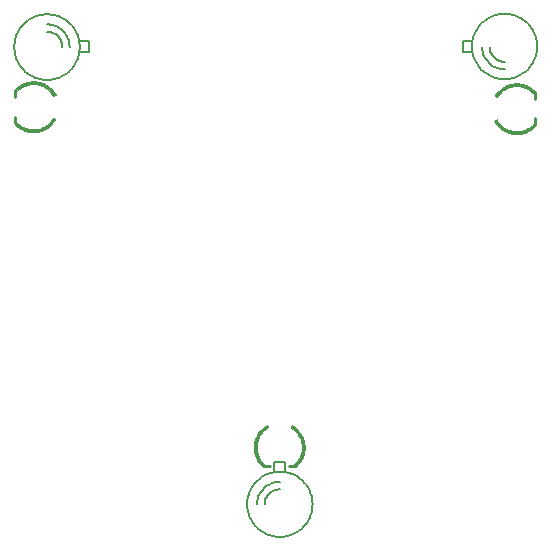
<source format=gbo>
G75*
%MOIN*%
%OFA0B0*%
%FSLAX24Y24*%
%IPPOS*%
%LPD*%
%AMOC8*
5,1,8,0,0,1.08239X$1,22.5*
%
%ADD10C,0.0010*%
%ADD11C,0.0100*%
%ADD12C,0.0060*%
D10*
X015768Y009573D02*
X015811Y009493D01*
X015810Y009494D02*
X015764Y009467D01*
X015720Y009436D01*
X015678Y009403D01*
X015638Y009366D01*
X015602Y009327D01*
X015568Y009285D01*
X015537Y009241D01*
X015509Y009195D01*
X015485Y009147D01*
X015464Y009098D01*
X015447Y009047D01*
X015433Y008995D01*
X015423Y008942D01*
X015417Y008889D01*
X015415Y008835D01*
X015326Y008835D01*
X015325Y008835D01*
X015327Y008891D01*
X015333Y008948D01*
X015343Y009003D01*
X015356Y009058D01*
X015373Y009112D01*
X015394Y009164D01*
X015418Y009215D01*
X015445Y009265D01*
X015476Y009312D01*
X015510Y009357D01*
X015546Y009400D01*
X015586Y009441D01*
X015628Y009478D01*
X015673Y009513D01*
X015719Y009545D01*
X015768Y009573D01*
X015772Y009565D01*
X015724Y009537D01*
X015678Y009506D01*
X015634Y009471D01*
X015592Y009434D01*
X015553Y009394D01*
X015517Y009352D01*
X015483Y009307D01*
X015453Y009260D01*
X015426Y009211D01*
X015402Y009161D01*
X015382Y009109D01*
X015365Y009056D01*
X015352Y009001D01*
X015342Y008946D01*
X015336Y008891D01*
X015334Y008835D01*
X015343Y008835D01*
X015345Y008890D01*
X015351Y008945D01*
X015361Y009000D01*
X015374Y009053D01*
X015390Y009106D01*
X015411Y009157D01*
X015434Y009207D01*
X015461Y009256D01*
X015491Y009302D01*
X015524Y009346D01*
X015560Y009388D01*
X015598Y009428D01*
X015640Y009464D01*
X015683Y009498D01*
X015729Y009529D01*
X015776Y009557D01*
X015781Y009549D01*
X015734Y009522D01*
X015688Y009491D01*
X015645Y009458D01*
X015605Y009421D01*
X015566Y009382D01*
X015531Y009341D01*
X015498Y009297D01*
X015469Y009251D01*
X015442Y009203D01*
X015419Y009154D01*
X015399Y009103D01*
X015382Y009051D01*
X015369Y008998D01*
X015360Y008944D01*
X015354Y008890D01*
X015352Y008835D01*
X015361Y008835D01*
X015363Y008889D01*
X015369Y008943D01*
X015378Y008996D01*
X015391Y009048D01*
X015407Y009100D01*
X015427Y009150D01*
X015450Y009199D01*
X015476Y009246D01*
X015506Y009292D01*
X015538Y009335D01*
X015573Y009376D01*
X015611Y009415D01*
X015651Y009451D01*
X015694Y009484D01*
X015738Y009514D01*
X015785Y009541D01*
X015789Y009534D01*
X015743Y009507D01*
X015699Y009477D01*
X015657Y009444D01*
X015617Y009408D01*
X015580Y009370D01*
X015545Y009329D01*
X015513Y009286D01*
X015484Y009242D01*
X015458Y009195D01*
X015435Y009147D01*
X015416Y009097D01*
X015400Y009046D01*
X015387Y008994D01*
X015378Y008941D01*
X015372Y008888D01*
X015370Y008835D01*
X015379Y008835D01*
X015381Y008888D01*
X015387Y008940D01*
X015396Y008992D01*
X015408Y009044D01*
X015424Y009094D01*
X015444Y009143D01*
X015466Y009191D01*
X015492Y009237D01*
X015520Y009281D01*
X015552Y009324D01*
X015586Y009364D01*
X015623Y009402D01*
X015663Y009437D01*
X015704Y009469D01*
X015748Y009499D01*
X015793Y009526D01*
X015798Y009518D01*
X015750Y009489D01*
X015704Y009458D01*
X015660Y009423D01*
X015619Y009385D01*
X015581Y009345D01*
X015546Y009302D01*
X015514Y009256D01*
X015486Y009208D01*
X015460Y009159D01*
X015439Y009107D01*
X015421Y009055D01*
X015407Y009001D01*
X015397Y008946D01*
X015390Y008891D01*
X015388Y008835D01*
X015397Y008835D01*
X015399Y008890D01*
X015406Y008945D01*
X015416Y008999D01*
X015430Y009052D01*
X015447Y009104D01*
X015469Y009155D01*
X015493Y009204D01*
X015522Y009251D01*
X015553Y009296D01*
X015588Y009339D01*
X015626Y009379D01*
X015666Y009416D01*
X015709Y009451D01*
X015754Y009482D01*
X015802Y009510D01*
X015806Y009502D01*
X015759Y009474D01*
X015714Y009443D01*
X015672Y009409D01*
X015632Y009372D01*
X015595Y009333D01*
X015561Y009291D01*
X015529Y009246D01*
X015501Y009200D01*
X015477Y009151D01*
X015456Y009101D01*
X015438Y009049D01*
X015424Y008997D01*
X015414Y008943D01*
X015408Y008889D01*
X015406Y008835D01*
X017014Y008834D02*
X016924Y008834D01*
X016925Y008835D02*
X016923Y008887D01*
X016917Y008939D01*
X016908Y008991D01*
X016895Y009041D01*
X016879Y009091D01*
X016859Y009139D01*
X016836Y009186D01*
X016810Y009231D01*
X016780Y009275D01*
X016748Y009316D01*
X016713Y009355D01*
X016675Y009391D01*
X016635Y009424D01*
X016593Y009455D01*
X016549Y009483D01*
X016593Y009561D01*
X016594Y009561D01*
X016640Y009532D01*
X016685Y009500D01*
X016727Y009465D01*
X016767Y009428D01*
X016805Y009388D01*
X016840Y009345D01*
X016872Y009301D01*
X016901Y009254D01*
X016927Y009206D01*
X016950Y009156D01*
X016969Y009104D01*
X016985Y009052D01*
X016998Y008999D01*
X017007Y008944D01*
X017013Y008890D01*
X017015Y008835D01*
X017006Y008835D01*
X017004Y008889D01*
X016998Y008943D01*
X016989Y008997D01*
X016977Y009050D01*
X016961Y009102D01*
X016941Y009152D01*
X016919Y009202D01*
X016893Y009250D01*
X016864Y009296D01*
X016833Y009340D01*
X016798Y009382D01*
X016761Y009421D01*
X016721Y009458D01*
X016679Y009493D01*
X016635Y009525D01*
X016589Y009553D01*
X016585Y009546D01*
X016630Y009517D01*
X016674Y009486D01*
X016715Y009452D01*
X016755Y009415D01*
X016791Y009376D01*
X016825Y009334D01*
X016857Y009291D01*
X016885Y009245D01*
X016911Y009198D01*
X016933Y009149D01*
X016952Y009099D01*
X016968Y009047D01*
X016980Y008995D01*
X016989Y008942D01*
X016995Y008889D01*
X016997Y008835D01*
X016988Y008835D01*
X016986Y008892D01*
X016979Y008948D01*
X016969Y009004D01*
X016955Y009059D01*
X016938Y009112D01*
X016916Y009165D01*
X016891Y009216D01*
X016863Y009265D01*
X016831Y009312D01*
X016796Y009356D01*
X016758Y009398D01*
X016717Y009438D01*
X016674Y009474D01*
X016628Y009508D01*
X016580Y009538D01*
X016576Y009530D01*
X016623Y009500D01*
X016669Y009467D01*
X016711Y009431D01*
X016752Y009392D01*
X016789Y009351D01*
X016824Y009306D01*
X016855Y009260D01*
X016883Y009212D01*
X016908Y009161D01*
X016929Y009109D01*
X016947Y009056D01*
X016961Y009002D01*
X016971Y008947D01*
X016977Y008891D01*
X016979Y008835D01*
X016970Y008835D01*
X016968Y008890D01*
X016962Y008945D01*
X016952Y009000D01*
X016938Y009054D01*
X016921Y009106D01*
X016900Y009158D01*
X016875Y009207D01*
X016848Y009255D01*
X016817Y009301D01*
X016782Y009345D01*
X016745Y009386D01*
X016705Y009424D01*
X016663Y009460D01*
X016618Y009493D01*
X016571Y009522D01*
X016567Y009514D01*
X016613Y009485D01*
X016657Y009453D01*
X016699Y009418D01*
X016739Y009380D01*
X016776Y009339D01*
X016809Y009296D01*
X016840Y009250D01*
X016867Y009203D01*
X016892Y009154D01*
X016912Y009103D01*
X016929Y009051D01*
X016943Y008998D01*
X016953Y008944D01*
X016959Y008890D01*
X016961Y008835D01*
X016952Y008835D01*
X016950Y008889D01*
X016944Y008943D01*
X016934Y008996D01*
X016921Y009049D01*
X016904Y009100D01*
X016883Y009150D01*
X016860Y009199D01*
X016832Y009246D01*
X016802Y009291D01*
X016769Y009333D01*
X016732Y009373D01*
X016693Y009411D01*
X016652Y009446D01*
X016608Y009478D01*
X016562Y009506D01*
X016558Y009499D01*
X016603Y009470D01*
X016646Y009439D01*
X016687Y009404D01*
X016726Y009367D01*
X016762Y009327D01*
X016795Y009285D01*
X016825Y009241D01*
X016852Y009195D01*
X016875Y009147D01*
X016895Y009097D01*
X016912Y009046D01*
X016925Y008994D01*
X016935Y008942D01*
X016941Y008888D01*
X016943Y008835D01*
X016934Y008835D01*
X016932Y008888D01*
X016926Y008940D01*
X016917Y008992D01*
X016904Y009044D01*
X016887Y009094D01*
X016867Y009143D01*
X016844Y009190D01*
X016817Y009236D01*
X016787Y009280D01*
X016755Y009322D01*
X016719Y009361D01*
X016681Y009398D01*
X016641Y009432D01*
X016598Y009463D01*
X016553Y009491D01*
X015326Y008826D02*
X015416Y008826D01*
X015415Y008825D02*
X015417Y008771D01*
X015424Y008717D01*
X015434Y008664D01*
X015447Y008611D01*
X015465Y008560D01*
X015486Y008510D01*
X015511Y008461D01*
X015539Y008415D01*
X015571Y008371D01*
X015605Y008329D01*
X015643Y008290D01*
X015683Y008253D01*
X015626Y008185D01*
X015625Y008184D01*
X015583Y008222D01*
X015544Y008262D01*
X015508Y008305D01*
X015475Y008350D01*
X015444Y008397D01*
X015417Y008446D01*
X015393Y008497D01*
X015373Y008550D01*
X015356Y008603D01*
X015343Y008658D01*
X015333Y008713D01*
X015327Y008769D01*
X015325Y008825D01*
X015334Y008825D01*
X015336Y008769D01*
X015342Y008714D01*
X015352Y008660D01*
X015365Y008606D01*
X015381Y008553D01*
X015402Y008501D01*
X015425Y008450D01*
X015452Y008402D01*
X015482Y008355D01*
X015515Y008310D01*
X015551Y008268D01*
X015590Y008228D01*
X015631Y008191D01*
X015637Y008198D01*
X015596Y008235D01*
X015558Y008274D01*
X015522Y008316D01*
X015489Y008360D01*
X015460Y008406D01*
X015433Y008455D01*
X015410Y008504D01*
X015390Y008556D01*
X015373Y008608D01*
X015360Y008661D01*
X015351Y008715D01*
X015345Y008770D01*
X015343Y008825D01*
X015352Y008825D01*
X015354Y008771D01*
X015360Y008717D01*
X015369Y008663D01*
X015382Y008610D01*
X015398Y008558D01*
X015418Y008508D01*
X015441Y008459D01*
X015467Y008411D01*
X015497Y008365D01*
X015529Y008322D01*
X015564Y008280D01*
X015602Y008241D01*
X015642Y008205D01*
X015648Y008212D01*
X015608Y008248D01*
X015571Y008286D01*
X015536Y008327D01*
X015504Y008370D01*
X015475Y008416D01*
X015449Y008463D01*
X015426Y008511D01*
X015407Y008561D01*
X015391Y008613D01*
X015378Y008665D01*
X015369Y008718D01*
X015363Y008771D01*
X015361Y008825D01*
X015370Y008825D01*
X015372Y008772D01*
X015378Y008719D01*
X015387Y008667D01*
X015399Y008615D01*
X015415Y008564D01*
X015435Y008515D01*
X015457Y008467D01*
X015483Y008420D01*
X015512Y008376D01*
X015543Y008333D01*
X015578Y008292D01*
X015615Y008254D01*
X015654Y008219D01*
X015660Y008226D01*
X015621Y008261D01*
X015584Y008298D01*
X015550Y008339D01*
X015519Y008381D01*
X015491Y008425D01*
X015465Y008471D01*
X015443Y008518D01*
X015424Y008567D01*
X015408Y008618D01*
X015396Y008669D01*
X015387Y008720D01*
X015381Y008773D01*
X015379Y008825D01*
X015388Y008825D01*
X015390Y008773D01*
X015396Y008722D01*
X015404Y008670D01*
X015417Y008620D01*
X015432Y008570D01*
X015451Y008522D01*
X015473Y008475D01*
X015498Y008430D01*
X015526Y008386D01*
X015557Y008344D01*
X015591Y008305D01*
X015627Y008267D01*
X015666Y008232D01*
X015671Y008239D01*
X015633Y008274D01*
X015597Y008311D01*
X015564Y008350D01*
X015534Y008391D01*
X015506Y008434D01*
X015481Y008479D01*
X015459Y008526D01*
X015441Y008573D01*
X015425Y008622D01*
X015413Y008672D01*
X015404Y008723D01*
X015399Y008774D01*
X015397Y008825D01*
X015406Y008825D01*
X015408Y008770D01*
X015415Y008716D01*
X015425Y008662D01*
X015439Y008608D01*
X015457Y008557D01*
X015478Y008506D01*
X015503Y008457D01*
X015532Y008410D01*
X015564Y008365D01*
X015598Y008323D01*
X015636Y008283D01*
X015677Y008246D01*
X016719Y008189D02*
X016661Y008257D01*
X016662Y008257D02*
X016701Y008293D01*
X016738Y008333D01*
X016772Y008374D01*
X016803Y008418D01*
X016831Y008464D01*
X016855Y008512D01*
X016876Y008562D01*
X016893Y008613D01*
X016907Y008665D01*
X016917Y008718D01*
X016923Y008771D01*
X016925Y008825D01*
X017014Y008826D01*
X017015Y008825D01*
X017013Y008769D01*
X017007Y008714D01*
X016998Y008659D01*
X016984Y008605D01*
X016968Y008552D01*
X016948Y008500D01*
X016924Y008449D01*
X016898Y008401D01*
X016868Y008354D01*
X016835Y008309D01*
X016799Y008266D01*
X016761Y008226D01*
X016720Y008188D01*
X016714Y008195D01*
X016754Y008232D01*
X016793Y008272D01*
X016828Y008314D01*
X016860Y008359D01*
X016890Y008405D01*
X016916Y008453D01*
X016940Y008503D01*
X016959Y008555D01*
X016976Y008607D01*
X016989Y008661D01*
X016998Y008715D01*
X017004Y008770D01*
X017006Y008825D01*
X016997Y008825D01*
X016995Y008771D01*
X016989Y008716D01*
X016980Y008663D01*
X016967Y008610D01*
X016951Y008558D01*
X016931Y008507D01*
X016908Y008458D01*
X016882Y008410D01*
X016853Y008364D01*
X016821Y008320D01*
X016786Y008278D01*
X016748Y008239D01*
X016708Y008202D01*
X016702Y008209D01*
X016742Y008245D01*
X016779Y008284D01*
X016814Y008325D01*
X016846Y008369D01*
X016875Y008414D01*
X016900Y008462D01*
X016923Y008510D01*
X016942Y008561D01*
X016958Y008612D01*
X016971Y008665D01*
X016980Y008718D01*
X016986Y008771D01*
X016988Y008825D01*
X016979Y008825D01*
X016977Y008772D01*
X016971Y008719D01*
X016962Y008666D01*
X016950Y008615D01*
X016934Y008564D01*
X016915Y008514D01*
X016892Y008466D01*
X016867Y008419D01*
X016838Y008374D01*
X016807Y008331D01*
X016773Y008290D01*
X016736Y008252D01*
X016696Y008216D01*
X016691Y008223D01*
X016729Y008258D01*
X016766Y008296D01*
X016800Y008337D01*
X016831Y008379D01*
X016859Y008423D01*
X016884Y008470D01*
X016906Y008517D01*
X016925Y008567D01*
X016941Y008617D01*
X016953Y008668D01*
X016962Y008720D01*
X016968Y008772D01*
X016970Y008825D01*
X016961Y008825D01*
X016959Y008773D01*
X016953Y008721D01*
X016945Y008670D01*
X016932Y008619D01*
X016917Y008570D01*
X016898Y008521D01*
X016876Y008474D01*
X016851Y008428D01*
X016823Y008384D01*
X016793Y008342D01*
X016759Y008302D01*
X016723Y008265D01*
X016685Y008229D01*
X016679Y008236D01*
X016720Y008274D01*
X016758Y008315D01*
X016793Y008358D01*
X016825Y008403D01*
X016854Y008451D01*
X016879Y008501D01*
X016901Y008552D01*
X016919Y008605D01*
X016933Y008659D01*
X016943Y008714D01*
X016950Y008769D01*
X016952Y008825D01*
X016943Y008825D01*
X016941Y008770D01*
X016934Y008715D01*
X016924Y008661D01*
X016910Y008608D01*
X016893Y008556D01*
X016871Y008505D01*
X016846Y008456D01*
X016818Y008408D01*
X016786Y008363D01*
X016751Y008321D01*
X016714Y008280D01*
X016673Y008243D01*
X016667Y008250D01*
X016707Y008287D01*
X016745Y008327D01*
X016779Y008369D01*
X016810Y008413D01*
X016838Y008460D01*
X016863Y008509D01*
X016884Y008559D01*
X016902Y008610D01*
X016916Y008663D01*
X016926Y008717D01*
X016932Y008771D01*
X016934Y008825D01*
X024076Y020959D02*
X024076Y020869D01*
X024075Y020870D02*
X024023Y020868D01*
X023971Y020862D01*
X023919Y020853D01*
X023869Y020840D01*
X023819Y020824D01*
X023771Y020804D01*
X023724Y020781D01*
X023679Y020755D01*
X023635Y020725D01*
X023594Y020693D01*
X023555Y020658D01*
X023519Y020620D01*
X023486Y020580D01*
X023455Y020538D01*
X023427Y020494D01*
X023349Y020538D01*
X023349Y020539D01*
X023378Y020585D01*
X023410Y020630D01*
X023445Y020672D01*
X023482Y020712D01*
X023522Y020750D01*
X023565Y020785D01*
X023609Y020817D01*
X023656Y020846D01*
X023704Y020872D01*
X023754Y020895D01*
X023806Y020914D01*
X023858Y020930D01*
X023911Y020943D01*
X023966Y020952D01*
X024020Y020958D01*
X024075Y020960D01*
X024075Y020951D01*
X024021Y020949D01*
X023967Y020943D01*
X023913Y020934D01*
X023860Y020922D01*
X023808Y020906D01*
X023758Y020886D01*
X023708Y020864D01*
X023660Y020838D01*
X023614Y020809D01*
X023570Y020778D01*
X023528Y020743D01*
X023489Y020706D01*
X023452Y020666D01*
X023417Y020624D01*
X023385Y020580D01*
X023357Y020534D01*
X023364Y020530D01*
X023393Y020575D01*
X023424Y020619D01*
X023458Y020660D01*
X023495Y020700D01*
X023534Y020736D01*
X023576Y020770D01*
X023619Y020802D01*
X023665Y020830D01*
X023712Y020856D01*
X023761Y020878D01*
X023811Y020897D01*
X023863Y020913D01*
X023915Y020925D01*
X023968Y020934D01*
X024021Y020940D01*
X024075Y020942D01*
X024075Y020933D01*
X024018Y020931D01*
X023962Y020924D01*
X023906Y020914D01*
X023851Y020900D01*
X023798Y020883D01*
X023745Y020861D01*
X023694Y020836D01*
X023645Y020808D01*
X023598Y020776D01*
X023554Y020741D01*
X023512Y020703D01*
X023472Y020662D01*
X023436Y020619D01*
X023402Y020573D01*
X023372Y020525D01*
X023380Y020521D01*
X023410Y020568D01*
X023443Y020614D01*
X023479Y020656D01*
X023518Y020697D01*
X023559Y020734D01*
X023604Y020769D01*
X023650Y020800D01*
X023698Y020828D01*
X023749Y020853D01*
X023801Y020874D01*
X023854Y020892D01*
X023908Y020906D01*
X023963Y020916D01*
X024019Y020922D01*
X024075Y020924D01*
X024075Y020915D01*
X024020Y020913D01*
X023965Y020907D01*
X023910Y020897D01*
X023856Y020883D01*
X023804Y020866D01*
X023752Y020845D01*
X023703Y020820D01*
X023655Y020793D01*
X023609Y020762D01*
X023565Y020727D01*
X023524Y020690D01*
X023486Y020650D01*
X023450Y020608D01*
X023417Y020563D01*
X023388Y020516D01*
X023396Y020512D01*
X023425Y020558D01*
X023457Y020602D01*
X023492Y020644D01*
X023530Y020684D01*
X023571Y020721D01*
X023614Y020754D01*
X023660Y020785D01*
X023707Y020812D01*
X023756Y020837D01*
X023807Y020857D01*
X023859Y020874D01*
X023912Y020888D01*
X023966Y020898D01*
X024020Y020904D01*
X024075Y020906D01*
X024075Y020897D01*
X024021Y020895D01*
X023967Y020889D01*
X023914Y020879D01*
X023861Y020866D01*
X023810Y020849D01*
X023760Y020828D01*
X023711Y020805D01*
X023664Y020777D01*
X023619Y020747D01*
X023577Y020714D01*
X023537Y020677D01*
X023499Y020638D01*
X023464Y020597D01*
X023432Y020553D01*
X023404Y020507D01*
X023411Y020503D01*
X023440Y020548D01*
X023471Y020591D01*
X023506Y020632D01*
X023543Y020671D01*
X023583Y020707D01*
X023625Y020740D01*
X023669Y020770D01*
X023715Y020797D01*
X023763Y020820D01*
X023813Y020840D01*
X023864Y020857D01*
X023916Y020870D01*
X023968Y020880D01*
X024022Y020886D01*
X024075Y020888D01*
X024075Y020879D01*
X024022Y020877D01*
X023970Y020871D01*
X023918Y020862D01*
X023866Y020849D01*
X023816Y020832D01*
X023767Y020812D01*
X023720Y020789D01*
X023674Y020762D01*
X023630Y020732D01*
X023588Y020700D01*
X023549Y020664D01*
X023512Y020626D01*
X023478Y020586D01*
X023447Y020543D01*
X023419Y020498D01*
X024084Y019271D02*
X024084Y019361D01*
X024085Y019360D02*
X024139Y019362D01*
X024193Y019369D01*
X024246Y019379D01*
X024299Y019392D01*
X024350Y019410D01*
X024400Y019431D01*
X024449Y019456D01*
X024495Y019484D01*
X024539Y019516D01*
X024581Y019550D01*
X024620Y019588D01*
X024657Y019628D01*
X024725Y019571D01*
X024726Y019570D01*
X024688Y019528D01*
X024648Y019489D01*
X024605Y019453D01*
X024560Y019420D01*
X024513Y019389D01*
X024464Y019362D01*
X024413Y019338D01*
X024360Y019318D01*
X024307Y019301D01*
X024252Y019288D01*
X024197Y019278D01*
X024141Y019272D01*
X024085Y019270D01*
X024085Y019279D01*
X024141Y019281D01*
X024196Y019287D01*
X024250Y019297D01*
X024304Y019310D01*
X024357Y019326D01*
X024409Y019347D01*
X024460Y019370D01*
X024508Y019397D01*
X024555Y019427D01*
X024600Y019460D01*
X024642Y019496D01*
X024682Y019535D01*
X024719Y019576D01*
X024712Y019582D01*
X024675Y019541D01*
X024636Y019503D01*
X024594Y019467D01*
X024550Y019434D01*
X024504Y019405D01*
X024455Y019378D01*
X024406Y019355D01*
X024354Y019335D01*
X024302Y019318D01*
X024249Y019305D01*
X024195Y019296D01*
X024140Y019290D01*
X024085Y019288D01*
X024085Y019297D01*
X024139Y019299D01*
X024193Y019305D01*
X024247Y019314D01*
X024300Y019327D01*
X024352Y019343D01*
X024402Y019363D01*
X024451Y019386D01*
X024499Y019412D01*
X024545Y019442D01*
X024588Y019474D01*
X024630Y019509D01*
X024669Y019547D01*
X024705Y019587D01*
X024698Y019593D01*
X024662Y019553D01*
X024624Y019516D01*
X024583Y019481D01*
X024540Y019449D01*
X024494Y019420D01*
X024447Y019394D01*
X024399Y019371D01*
X024349Y019352D01*
X024297Y019336D01*
X024245Y019323D01*
X024192Y019314D01*
X024139Y019308D01*
X024085Y019306D01*
X024085Y019315D01*
X024138Y019317D01*
X024191Y019323D01*
X024243Y019332D01*
X024295Y019344D01*
X024346Y019360D01*
X024395Y019380D01*
X024443Y019402D01*
X024490Y019428D01*
X024534Y019457D01*
X024577Y019488D01*
X024618Y019523D01*
X024656Y019560D01*
X024691Y019599D01*
X024684Y019605D01*
X024649Y019566D01*
X024612Y019529D01*
X024571Y019495D01*
X024529Y019464D01*
X024485Y019436D01*
X024439Y019410D01*
X024392Y019388D01*
X024343Y019369D01*
X024292Y019353D01*
X024241Y019341D01*
X024190Y019332D01*
X024137Y019326D01*
X024085Y019324D01*
X024085Y019333D01*
X024137Y019335D01*
X024188Y019341D01*
X024240Y019349D01*
X024290Y019362D01*
X024340Y019377D01*
X024388Y019396D01*
X024435Y019418D01*
X024480Y019443D01*
X024524Y019471D01*
X024566Y019502D01*
X024605Y019536D01*
X024643Y019572D01*
X024678Y019611D01*
X024671Y019616D01*
X024636Y019578D01*
X024599Y019542D01*
X024560Y019509D01*
X024519Y019479D01*
X024476Y019451D01*
X024431Y019426D01*
X024384Y019404D01*
X024337Y019386D01*
X024288Y019370D01*
X024238Y019358D01*
X024187Y019349D01*
X024136Y019344D01*
X024085Y019342D01*
X024085Y019351D01*
X024140Y019353D01*
X024194Y019360D01*
X024248Y019370D01*
X024302Y019384D01*
X024353Y019402D01*
X024404Y019423D01*
X024453Y019448D01*
X024500Y019477D01*
X024545Y019509D01*
X024587Y019543D01*
X024627Y019581D01*
X024664Y019622D01*
X023337Y019713D02*
X023417Y019756D01*
X023416Y019755D02*
X023443Y019709D01*
X023474Y019665D01*
X023507Y019623D01*
X023544Y019583D01*
X023583Y019547D01*
X023625Y019513D01*
X023669Y019482D01*
X023715Y019454D01*
X023763Y019430D01*
X023812Y019409D01*
X023863Y019392D01*
X023915Y019378D01*
X023968Y019368D01*
X024021Y019362D01*
X024075Y019360D01*
X024075Y019271D01*
X024075Y019270D01*
X024019Y019272D01*
X023962Y019278D01*
X023907Y019288D01*
X023852Y019301D01*
X023798Y019318D01*
X023746Y019339D01*
X023695Y019363D01*
X023645Y019390D01*
X023598Y019421D01*
X023553Y019455D01*
X023510Y019491D01*
X023469Y019531D01*
X023432Y019573D01*
X023397Y019618D01*
X023365Y019664D01*
X023337Y019713D01*
X023345Y019717D01*
X023373Y019669D01*
X023404Y019623D01*
X023439Y019579D01*
X023476Y019537D01*
X023516Y019498D01*
X023558Y019462D01*
X023603Y019428D01*
X023650Y019398D01*
X023699Y019371D01*
X023749Y019347D01*
X023801Y019327D01*
X023854Y019310D01*
X023909Y019297D01*
X023964Y019287D01*
X024019Y019281D01*
X024075Y019279D01*
X024075Y019288D01*
X024020Y019290D01*
X023965Y019296D01*
X023910Y019306D01*
X023857Y019319D01*
X023804Y019335D01*
X023753Y019356D01*
X023703Y019379D01*
X023654Y019406D01*
X023608Y019436D01*
X023564Y019469D01*
X023522Y019505D01*
X023482Y019543D01*
X023446Y019585D01*
X023412Y019628D01*
X023381Y019674D01*
X023353Y019721D01*
X023361Y019726D01*
X023388Y019679D01*
X023419Y019633D01*
X023452Y019590D01*
X023489Y019550D01*
X023528Y019511D01*
X023569Y019476D01*
X023613Y019443D01*
X023659Y019414D01*
X023707Y019387D01*
X023756Y019364D01*
X023807Y019344D01*
X023859Y019327D01*
X023912Y019314D01*
X023966Y019305D01*
X024020Y019299D01*
X024075Y019297D01*
X024075Y019306D01*
X024021Y019308D01*
X023967Y019314D01*
X023914Y019323D01*
X023862Y019336D01*
X023810Y019352D01*
X023760Y019372D01*
X023711Y019395D01*
X023664Y019421D01*
X023618Y019451D01*
X023575Y019483D01*
X023534Y019518D01*
X023495Y019556D01*
X023459Y019596D01*
X023426Y019639D01*
X023396Y019683D01*
X023369Y019730D01*
X023376Y019734D01*
X023403Y019688D01*
X023433Y019644D01*
X023466Y019602D01*
X023502Y019562D01*
X023540Y019525D01*
X023581Y019490D01*
X023624Y019458D01*
X023668Y019429D01*
X023715Y019403D01*
X023763Y019380D01*
X023813Y019361D01*
X023864Y019345D01*
X023916Y019332D01*
X023969Y019323D01*
X024022Y019317D01*
X024075Y019315D01*
X024075Y019324D01*
X024022Y019326D01*
X023970Y019332D01*
X023918Y019341D01*
X023866Y019353D01*
X023816Y019369D01*
X023767Y019389D01*
X023719Y019411D01*
X023673Y019437D01*
X023629Y019465D01*
X023586Y019497D01*
X023546Y019531D01*
X023508Y019568D01*
X023473Y019608D01*
X023441Y019649D01*
X023411Y019693D01*
X023384Y019738D01*
X023392Y019743D01*
X023421Y019695D01*
X023452Y019649D01*
X023487Y019605D01*
X023525Y019564D01*
X023565Y019526D01*
X023608Y019491D01*
X023654Y019459D01*
X023702Y019431D01*
X023751Y019405D01*
X023803Y019384D01*
X023855Y019366D01*
X023909Y019352D01*
X023964Y019342D01*
X024019Y019335D01*
X024075Y019333D01*
X024075Y019342D01*
X024020Y019344D01*
X023965Y019351D01*
X023911Y019361D01*
X023858Y019375D01*
X023806Y019392D01*
X023755Y019414D01*
X023706Y019438D01*
X023659Y019467D01*
X023614Y019498D01*
X023571Y019533D01*
X023531Y019571D01*
X023494Y019611D01*
X023459Y019654D01*
X023428Y019699D01*
X023400Y019747D01*
X023408Y019751D01*
X023436Y019704D01*
X023467Y019659D01*
X023501Y019617D01*
X023538Y019577D01*
X023577Y019540D01*
X023619Y019506D01*
X023664Y019474D01*
X023710Y019446D01*
X023759Y019422D01*
X023809Y019401D01*
X023861Y019383D01*
X023913Y019369D01*
X023967Y019359D01*
X024021Y019353D01*
X024075Y019351D01*
X024721Y020664D02*
X024653Y020606D01*
X024653Y020607D02*
X024617Y020646D01*
X024577Y020683D01*
X024536Y020717D01*
X024492Y020748D01*
X024446Y020776D01*
X024398Y020800D01*
X024348Y020821D01*
X024297Y020838D01*
X024245Y020852D01*
X024192Y020862D01*
X024139Y020868D01*
X024085Y020870D01*
X024084Y020959D01*
X024085Y020960D01*
X024141Y020958D01*
X024196Y020952D01*
X024251Y020943D01*
X024305Y020929D01*
X024358Y020913D01*
X024410Y020893D01*
X024461Y020869D01*
X024509Y020843D01*
X024556Y020813D01*
X024601Y020780D01*
X024644Y020744D01*
X024684Y020706D01*
X024722Y020665D01*
X024715Y020659D01*
X024678Y020699D01*
X024638Y020738D01*
X024596Y020773D01*
X024551Y020805D01*
X024505Y020835D01*
X024457Y020861D01*
X024407Y020885D01*
X024355Y020904D01*
X024303Y020921D01*
X024249Y020934D01*
X024195Y020943D01*
X024140Y020949D01*
X024085Y020951D01*
X024085Y020942D01*
X024139Y020940D01*
X024194Y020934D01*
X024247Y020925D01*
X024300Y020912D01*
X024352Y020896D01*
X024403Y020876D01*
X024452Y020853D01*
X024500Y020827D01*
X024546Y020798D01*
X024590Y020766D01*
X024632Y020731D01*
X024671Y020693D01*
X024708Y020653D01*
X024701Y020647D01*
X024665Y020687D01*
X024626Y020724D01*
X024585Y020759D01*
X024541Y020791D01*
X024496Y020820D01*
X024448Y020845D01*
X024400Y020868D01*
X024349Y020887D01*
X024298Y020903D01*
X024245Y020916D01*
X024192Y020925D01*
X024139Y020931D01*
X024085Y020933D01*
X024085Y020924D01*
X024138Y020922D01*
X024191Y020916D01*
X024244Y020907D01*
X024295Y020895D01*
X024346Y020879D01*
X024396Y020860D01*
X024444Y020837D01*
X024491Y020812D01*
X024536Y020783D01*
X024579Y020752D01*
X024620Y020718D01*
X024658Y020681D01*
X024694Y020641D01*
X024687Y020636D01*
X024652Y020674D01*
X024614Y020711D01*
X024573Y020745D01*
X024531Y020776D01*
X024487Y020804D01*
X024440Y020829D01*
X024393Y020851D01*
X024343Y020870D01*
X024293Y020886D01*
X024242Y020898D01*
X024190Y020907D01*
X024138Y020913D01*
X024085Y020915D01*
X024085Y020906D01*
X024137Y020904D01*
X024189Y020898D01*
X024240Y020890D01*
X024291Y020877D01*
X024340Y020862D01*
X024389Y020843D01*
X024436Y020821D01*
X024482Y020796D01*
X024526Y020768D01*
X024568Y020738D01*
X024608Y020704D01*
X024645Y020668D01*
X024681Y020630D01*
X024674Y020624D01*
X024636Y020665D01*
X024595Y020703D01*
X024552Y020738D01*
X024507Y020770D01*
X024459Y020799D01*
X024409Y020824D01*
X024358Y020846D01*
X024305Y020864D01*
X024251Y020878D01*
X024196Y020888D01*
X024141Y020895D01*
X024085Y020897D01*
X024085Y020888D01*
X024140Y020886D01*
X024195Y020879D01*
X024249Y020869D01*
X024302Y020855D01*
X024354Y020838D01*
X024405Y020816D01*
X024454Y020791D01*
X024502Y020763D01*
X024547Y020731D01*
X024589Y020696D01*
X024630Y020659D01*
X024667Y020618D01*
X024660Y020612D01*
X024623Y020652D01*
X024583Y020690D01*
X024541Y020724D01*
X024497Y020755D01*
X024450Y020783D01*
X024401Y020808D01*
X024351Y020829D01*
X024300Y020847D01*
X024247Y020861D01*
X024193Y020871D01*
X024139Y020877D01*
X024085Y020879D01*
X007974Y019336D02*
X007974Y019426D01*
X007975Y019425D02*
X008027Y019427D01*
X008079Y019433D01*
X008131Y019442D01*
X008181Y019455D01*
X008231Y019471D01*
X008279Y019491D01*
X008326Y019514D01*
X008371Y019540D01*
X008415Y019570D01*
X008456Y019602D01*
X008495Y019637D01*
X008531Y019675D01*
X008564Y019715D01*
X008595Y019757D01*
X008623Y019801D01*
X008701Y019757D01*
X008701Y019756D01*
X008672Y019710D01*
X008640Y019665D01*
X008605Y019623D01*
X008568Y019583D01*
X008528Y019545D01*
X008485Y019510D01*
X008441Y019478D01*
X008394Y019449D01*
X008346Y019423D01*
X008296Y019400D01*
X008244Y019381D01*
X008192Y019365D01*
X008139Y019352D01*
X008084Y019343D01*
X008030Y019337D01*
X007975Y019335D01*
X007975Y019344D01*
X008029Y019346D01*
X008083Y019352D01*
X008137Y019361D01*
X008190Y019373D01*
X008242Y019389D01*
X008292Y019409D01*
X008342Y019431D01*
X008390Y019457D01*
X008436Y019486D01*
X008480Y019517D01*
X008522Y019552D01*
X008561Y019589D01*
X008598Y019629D01*
X008633Y019671D01*
X008665Y019715D01*
X008693Y019761D01*
X008686Y019765D01*
X008657Y019720D01*
X008626Y019676D01*
X008592Y019635D01*
X008555Y019595D01*
X008516Y019559D01*
X008474Y019525D01*
X008431Y019493D01*
X008385Y019465D01*
X008338Y019439D01*
X008289Y019417D01*
X008239Y019398D01*
X008187Y019382D01*
X008135Y019370D01*
X008082Y019361D01*
X008029Y019355D01*
X007975Y019353D01*
X007975Y019362D01*
X008032Y019364D01*
X008088Y019371D01*
X008144Y019381D01*
X008199Y019395D01*
X008252Y019412D01*
X008305Y019434D01*
X008356Y019459D01*
X008405Y019487D01*
X008452Y019519D01*
X008496Y019554D01*
X008538Y019592D01*
X008578Y019633D01*
X008614Y019676D01*
X008648Y019722D01*
X008678Y019770D01*
X008670Y019774D01*
X008640Y019727D01*
X008607Y019681D01*
X008571Y019639D01*
X008532Y019598D01*
X008491Y019561D01*
X008446Y019526D01*
X008400Y019495D01*
X008352Y019467D01*
X008301Y019442D01*
X008249Y019421D01*
X008196Y019403D01*
X008142Y019389D01*
X008087Y019379D01*
X008031Y019373D01*
X007975Y019371D01*
X007975Y019380D01*
X008030Y019382D01*
X008085Y019388D01*
X008140Y019398D01*
X008194Y019412D01*
X008246Y019429D01*
X008298Y019450D01*
X008347Y019475D01*
X008395Y019502D01*
X008441Y019533D01*
X008485Y019568D01*
X008526Y019605D01*
X008564Y019645D01*
X008600Y019687D01*
X008633Y019732D01*
X008662Y019779D01*
X008654Y019783D01*
X008625Y019737D01*
X008593Y019693D01*
X008558Y019651D01*
X008520Y019611D01*
X008479Y019574D01*
X008436Y019541D01*
X008390Y019510D01*
X008343Y019483D01*
X008294Y019458D01*
X008243Y019438D01*
X008191Y019421D01*
X008138Y019407D01*
X008084Y019397D01*
X008030Y019391D01*
X007975Y019389D01*
X007975Y019398D01*
X008029Y019400D01*
X008083Y019406D01*
X008136Y019416D01*
X008189Y019429D01*
X008240Y019446D01*
X008290Y019467D01*
X008339Y019490D01*
X008386Y019518D01*
X008431Y019548D01*
X008473Y019581D01*
X008513Y019618D01*
X008551Y019657D01*
X008586Y019698D01*
X008618Y019742D01*
X008646Y019788D01*
X008639Y019792D01*
X008610Y019747D01*
X008579Y019704D01*
X008544Y019663D01*
X008507Y019624D01*
X008467Y019588D01*
X008425Y019555D01*
X008381Y019525D01*
X008335Y019498D01*
X008287Y019475D01*
X008237Y019455D01*
X008186Y019438D01*
X008134Y019425D01*
X008082Y019415D01*
X008028Y019409D01*
X007975Y019407D01*
X007975Y019416D01*
X008028Y019418D01*
X008080Y019424D01*
X008132Y019433D01*
X008184Y019446D01*
X008234Y019463D01*
X008283Y019483D01*
X008330Y019506D01*
X008376Y019533D01*
X008420Y019563D01*
X008462Y019595D01*
X008501Y019631D01*
X008538Y019669D01*
X008572Y019709D01*
X008603Y019752D01*
X008631Y019797D01*
X007966Y021024D02*
X007966Y020934D01*
X007965Y020935D02*
X007911Y020933D01*
X007857Y020926D01*
X007804Y020916D01*
X007751Y020903D01*
X007700Y020885D01*
X007650Y020864D01*
X007601Y020839D01*
X007555Y020811D01*
X007511Y020779D01*
X007469Y020745D01*
X007430Y020707D01*
X007393Y020667D01*
X007325Y020724D01*
X007324Y020725D01*
X007362Y020767D01*
X007402Y020806D01*
X007445Y020842D01*
X007490Y020875D01*
X007537Y020906D01*
X007586Y020933D01*
X007637Y020957D01*
X007690Y020977D01*
X007743Y020994D01*
X007798Y021007D01*
X007853Y021017D01*
X007909Y021023D01*
X007965Y021025D01*
X007965Y021016D01*
X007909Y021014D01*
X007854Y021008D01*
X007800Y020998D01*
X007746Y020985D01*
X007693Y020969D01*
X007641Y020948D01*
X007590Y020925D01*
X007542Y020898D01*
X007495Y020868D01*
X007450Y020835D01*
X007408Y020799D01*
X007368Y020760D01*
X007331Y020719D01*
X007338Y020713D01*
X007375Y020754D01*
X007414Y020792D01*
X007456Y020828D01*
X007500Y020861D01*
X007546Y020890D01*
X007595Y020917D01*
X007644Y020940D01*
X007696Y020960D01*
X007748Y020977D01*
X007801Y020990D01*
X007855Y020999D01*
X007910Y021005D01*
X007965Y021007D01*
X007965Y020998D01*
X007911Y020996D01*
X007857Y020990D01*
X007803Y020981D01*
X007750Y020968D01*
X007698Y020952D01*
X007648Y020932D01*
X007599Y020909D01*
X007551Y020883D01*
X007505Y020853D01*
X007462Y020821D01*
X007420Y020786D01*
X007381Y020748D01*
X007345Y020708D01*
X007352Y020702D01*
X007388Y020742D01*
X007426Y020779D01*
X007467Y020814D01*
X007510Y020846D01*
X007556Y020875D01*
X007603Y020901D01*
X007651Y020924D01*
X007701Y020943D01*
X007753Y020959D01*
X007805Y020972D01*
X007858Y020981D01*
X007911Y020987D01*
X007965Y020989D01*
X007965Y020980D01*
X007912Y020978D01*
X007859Y020972D01*
X007807Y020963D01*
X007755Y020951D01*
X007704Y020935D01*
X007655Y020915D01*
X007607Y020893D01*
X007560Y020867D01*
X007516Y020838D01*
X007473Y020807D01*
X007432Y020772D01*
X007394Y020735D01*
X007359Y020696D01*
X007366Y020690D01*
X007401Y020729D01*
X007438Y020766D01*
X007479Y020800D01*
X007521Y020831D01*
X007565Y020859D01*
X007611Y020885D01*
X007658Y020907D01*
X007707Y020926D01*
X007758Y020942D01*
X007809Y020954D01*
X007860Y020963D01*
X007913Y020969D01*
X007965Y020971D01*
X007965Y020962D01*
X007913Y020960D01*
X007862Y020954D01*
X007810Y020946D01*
X007760Y020933D01*
X007710Y020918D01*
X007662Y020899D01*
X007615Y020877D01*
X007570Y020852D01*
X007526Y020824D01*
X007484Y020793D01*
X007445Y020759D01*
X007407Y020723D01*
X007372Y020684D01*
X007379Y020679D01*
X007414Y020717D01*
X007451Y020753D01*
X007490Y020786D01*
X007531Y020816D01*
X007574Y020844D01*
X007619Y020869D01*
X007666Y020891D01*
X007713Y020909D01*
X007762Y020925D01*
X007812Y020937D01*
X007863Y020946D01*
X007914Y020951D01*
X007965Y020953D01*
X007965Y020944D01*
X007910Y020942D01*
X007856Y020935D01*
X007802Y020925D01*
X007748Y020911D01*
X007697Y020893D01*
X007646Y020872D01*
X007597Y020847D01*
X007550Y020818D01*
X007505Y020786D01*
X007463Y020752D01*
X007423Y020714D01*
X007386Y020673D01*
X008713Y020582D02*
X008633Y020539D01*
X008634Y020540D02*
X008607Y020586D01*
X008576Y020630D01*
X008543Y020672D01*
X008506Y020712D01*
X008467Y020748D01*
X008425Y020782D01*
X008381Y020813D01*
X008335Y020841D01*
X008287Y020865D01*
X008238Y020886D01*
X008187Y020903D01*
X008135Y020917D01*
X008082Y020927D01*
X008029Y020933D01*
X007975Y020935D01*
X007975Y021024D01*
X007975Y021025D01*
X008031Y021023D01*
X008088Y021017D01*
X008143Y021007D01*
X008198Y020994D01*
X008252Y020977D01*
X008304Y020956D01*
X008355Y020932D01*
X008405Y020905D01*
X008452Y020874D01*
X008497Y020840D01*
X008540Y020804D01*
X008581Y020764D01*
X008618Y020722D01*
X008653Y020677D01*
X008685Y020631D01*
X008713Y020582D01*
X008705Y020578D01*
X008677Y020626D01*
X008646Y020672D01*
X008611Y020716D01*
X008574Y020758D01*
X008534Y020797D01*
X008492Y020833D01*
X008447Y020867D01*
X008400Y020897D01*
X008351Y020924D01*
X008301Y020948D01*
X008249Y020968D01*
X008196Y020985D01*
X008141Y020998D01*
X008086Y021008D01*
X008031Y021014D01*
X007975Y021016D01*
X007975Y021007D01*
X008030Y021005D01*
X008085Y020999D01*
X008140Y020989D01*
X008193Y020976D01*
X008246Y020960D01*
X008297Y020939D01*
X008347Y020916D01*
X008396Y020889D01*
X008442Y020859D01*
X008486Y020826D01*
X008528Y020790D01*
X008568Y020752D01*
X008604Y020710D01*
X008638Y020667D01*
X008669Y020621D01*
X008697Y020574D01*
X008689Y020569D01*
X008662Y020616D01*
X008631Y020662D01*
X008598Y020705D01*
X008561Y020745D01*
X008522Y020784D01*
X008481Y020819D01*
X008437Y020852D01*
X008391Y020881D01*
X008343Y020908D01*
X008294Y020931D01*
X008243Y020951D01*
X008191Y020968D01*
X008138Y020981D01*
X008084Y020990D01*
X008030Y020996D01*
X007975Y020998D01*
X007975Y020989D01*
X008029Y020987D01*
X008083Y020981D01*
X008136Y020972D01*
X008188Y020959D01*
X008240Y020943D01*
X008290Y020923D01*
X008339Y020900D01*
X008386Y020874D01*
X008432Y020844D01*
X008475Y020812D01*
X008516Y020777D01*
X008555Y020739D01*
X008591Y020699D01*
X008624Y020656D01*
X008654Y020612D01*
X008681Y020565D01*
X008674Y020561D01*
X008647Y020607D01*
X008617Y020651D01*
X008584Y020693D01*
X008548Y020733D01*
X008510Y020770D01*
X008469Y020805D01*
X008426Y020837D01*
X008382Y020866D01*
X008335Y020892D01*
X008287Y020915D01*
X008237Y020934D01*
X008186Y020950D01*
X008134Y020963D01*
X008081Y020972D01*
X008028Y020978D01*
X007975Y020980D01*
X007975Y020971D01*
X008028Y020969D01*
X008080Y020963D01*
X008132Y020954D01*
X008184Y020942D01*
X008234Y020926D01*
X008283Y020906D01*
X008331Y020884D01*
X008377Y020858D01*
X008421Y020830D01*
X008464Y020798D01*
X008504Y020764D01*
X008542Y020727D01*
X008577Y020687D01*
X008609Y020646D01*
X008639Y020602D01*
X008666Y020557D01*
X008658Y020552D01*
X008629Y020600D01*
X008598Y020646D01*
X008563Y020690D01*
X008525Y020731D01*
X008485Y020769D01*
X008442Y020804D01*
X008396Y020836D01*
X008348Y020864D01*
X008299Y020890D01*
X008247Y020911D01*
X008195Y020929D01*
X008141Y020943D01*
X008086Y020953D01*
X008031Y020960D01*
X007975Y020962D01*
X007975Y020953D01*
X008030Y020951D01*
X008085Y020944D01*
X008139Y020934D01*
X008192Y020920D01*
X008244Y020903D01*
X008295Y020881D01*
X008344Y020857D01*
X008391Y020828D01*
X008436Y020797D01*
X008479Y020762D01*
X008519Y020724D01*
X008556Y020684D01*
X008591Y020641D01*
X008622Y020596D01*
X008650Y020548D01*
X008642Y020544D01*
X008614Y020591D01*
X008583Y020636D01*
X008549Y020678D01*
X008512Y020718D01*
X008473Y020755D01*
X008431Y020789D01*
X008386Y020821D01*
X008340Y020849D01*
X008291Y020873D01*
X008241Y020894D01*
X008189Y020912D01*
X008137Y020926D01*
X008083Y020936D01*
X008029Y020942D01*
X007975Y020944D01*
X007329Y019631D02*
X007397Y019689D01*
X007397Y019688D02*
X007433Y019649D01*
X007473Y019612D01*
X007514Y019578D01*
X007558Y019547D01*
X007604Y019519D01*
X007652Y019495D01*
X007702Y019474D01*
X007753Y019457D01*
X007805Y019443D01*
X007858Y019433D01*
X007911Y019427D01*
X007965Y019425D01*
X007966Y019336D01*
X007965Y019335D01*
X007909Y019337D01*
X007854Y019343D01*
X007799Y019352D01*
X007745Y019366D01*
X007692Y019382D01*
X007640Y019402D01*
X007589Y019426D01*
X007541Y019452D01*
X007494Y019482D01*
X007449Y019515D01*
X007406Y019551D01*
X007366Y019589D01*
X007328Y019630D01*
X007335Y019636D01*
X007372Y019596D01*
X007412Y019557D01*
X007454Y019522D01*
X007499Y019490D01*
X007545Y019460D01*
X007593Y019434D01*
X007643Y019410D01*
X007695Y019391D01*
X007747Y019374D01*
X007801Y019361D01*
X007855Y019352D01*
X007910Y019346D01*
X007965Y019344D01*
X007965Y019353D01*
X007911Y019355D01*
X007856Y019361D01*
X007803Y019370D01*
X007750Y019383D01*
X007698Y019399D01*
X007647Y019419D01*
X007598Y019442D01*
X007550Y019468D01*
X007504Y019497D01*
X007460Y019529D01*
X007418Y019564D01*
X007379Y019602D01*
X007342Y019642D01*
X007349Y019648D01*
X007385Y019608D01*
X007424Y019571D01*
X007465Y019536D01*
X007509Y019504D01*
X007554Y019475D01*
X007602Y019450D01*
X007650Y019427D01*
X007701Y019408D01*
X007752Y019392D01*
X007805Y019379D01*
X007858Y019370D01*
X007911Y019364D01*
X007965Y019362D01*
X007965Y019371D01*
X007912Y019373D01*
X007859Y019379D01*
X007806Y019388D01*
X007755Y019400D01*
X007704Y019416D01*
X007654Y019435D01*
X007606Y019458D01*
X007559Y019483D01*
X007514Y019512D01*
X007471Y019543D01*
X007430Y019577D01*
X007392Y019614D01*
X007356Y019654D01*
X007363Y019659D01*
X007398Y019621D01*
X007436Y019584D01*
X007477Y019550D01*
X007519Y019519D01*
X007563Y019491D01*
X007610Y019466D01*
X007657Y019444D01*
X007707Y019425D01*
X007757Y019409D01*
X007808Y019397D01*
X007860Y019388D01*
X007912Y019382D01*
X007965Y019380D01*
X007965Y019389D01*
X007913Y019391D01*
X007861Y019397D01*
X007810Y019405D01*
X007759Y019418D01*
X007710Y019433D01*
X007661Y019452D01*
X007614Y019474D01*
X007568Y019499D01*
X007524Y019527D01*
X007482Y019557D01*
X007442Y019591D01*
X007405Y019627D01*
X007369Y019665D01*
X007376Y019671D01*
X007414Y019630D01*
X007455Y019592D01*
X007498Y019557D01*
X007543Y019525D01*
X007591Y019496D01*
X007641Y019471D01*
X007692Y019449D01*
X007745Y019431D01*
X007799Y019417D01*
X007854Y019407D01*
X007909Y019400D01*
X007965Y019398D01*
X007965Y019407D01*
X007910Y019409D01*
X007855Y019416D01*
X007801Y019426D01*
X007748Y019440D01*
X007696Y019457D01*
X007645Y019479D01*
X007596Y019504D01*
X007548Y019532D01*
X007503Y019564D01*
X007461Y019599D01*
X007420Y019636D01*
X007383Y019677D01*
X007390Y019683D01*
X007427Y019643D01*
X007467Y019605D01*
X007509Y019571D01*
X007553Y019540D01*
X007600Y019512D01*
X007649Y019487D01*
X007699Y019466D01*
X007750Y019448D01*
X007803Y019434D01*
X007857Y019424D01*
X007911Y019418D01*
X007965Y019416D01*
D11*
X015660Y008210D02*
X015860Y008210D01*
X016500Y008210D02*
X016680Y008210D01*
X024700Y019605D02*
X024700Y019805D01*
X024700Y020445D02*
X024700Y020625D01*
X007350Y020690D02*
X007350Y020490D01*
X007350Y019850D02*
X007350Y019670D01*
D12*
X007340Y022170D02*
X007342Y022236D01*
X007348Y022301D01*
X007358Y022366D01*
X007372Y022431D01*
X007389Y022494D01*
X007411Y022557D01*
X007436Y022617D01*
X007465Y022677D01*
X007497Y022734D01*
X007533Y022789D01*
X007572Y022842D01*
X007614Y022893D01*
X007659Y022941D01*
X007707Y022986D01*
X007758Y023028D01*
X007811Y023067D01*
X007866Y023103D01*
X007923Y023135D01*
X007983Y023164D01*
X008043Y023189D01*
X008106Y023211D01*
X008169Y023228D01*
X008234Y023242D01*
X008299Y023252D01*
X008364Y023258D01*
X008430Y023260D01*
X008496Y023258D01*
X008561Y023252D01*
X008626Y023242D01*
X008691Y023228D01*
X008754Y023211D01*
X008817Y023189D01*
X008877Y023164D01*
X008937Y023135D01*
X008994Y023103D01*
X009049Y023067D01*
X009102Y023028D01*
X009153Y022986D01*
X009201Y022941D01*
X009246Y022893D01*
X009288Y022842D01*
X009327Y022789D01*
X009363Y022734D01*
X009395Y022677D01*
X009424Y022617D01*
X009449Y022557D01*
X009471Y022494D01*
X009488Y022431D01*
X009502Y022366D01*
X009512Y022301D01*
X009518Y022236D01*
X009520Y022170D01*
X009518Y022104D01*
X009512Y022039D01*
X009502Y021974D01*
X009488Y021909D01*
X009471Y021846D01*
X009449Y021783D01*
X009424Y021723D01*
X009395Y021663D01*
X009363Y021606D01*
X009327Y021551D01*
X009288Y021498D01*
X009246Y021447D01*
X009201Y021399D01*
X009153Y021354D01*
X009102Y021312D01*
X009049Y021273D01*
X008994Y021237D01*
X008937Y021205D01*
X008877Y021176D01*
X008817Y021151D01*
X008754Y021129D01*
X008691Y021112D01*
X008626Y021098D01*
X008561Y021088D01*
X008496Y021082D01*
X008430Y021080D01*
X008364Y021082D01*
X008299Y021088D01*
X008234Y021098D01*
X008169Y021112D01*
X008106Y021129D01*
X008043Y021151D01*
X007983Y021176D01*
X007923Y021205D01*
X007866Y021237D01*
X007811Y021273D01*
X007758Y021312D01*
X007707Y021354D01*
X007659Y021399D01*
X007614Y021447D01*
X007572Y021498D01*
X007533Y021551D01*
X007497Y021606D01*
X007465Y021663D01*
X007436Y021723D01*
X007411Y021783D01*
X007389Y021846D01*
X007372Y021909D01*
X007358Y021974D01*
X007348Y022039D01*
X007342Y022104D01*
X007340Y022170D01*
X008430Y022680D02*
X008474Y022678D01*
X008517Y022672D01*
X008559Y022663D01*
X008601Y022650D01*
X008641Y022633D01*
X008680Y022613D01*
X008717Y022590D01*
X008751Y022563D01*
X008784Y022534D01*
X008813Y022501D01*
X008840Y022467D01*
X008863Y022430D01*
X008883Y022391D01*
X008900Y022351D01*
X008913Y022309D01*
X008922Y022267D01*
X008928Y022224D01*
X008930Y022180D01*
X009180Y022180D02*
X009178Y022234D01*
X009172Y022287D01*
X009163Y022339D01*
X009150Y022391D01*
X009133Y022442D01*
X009112Y022492D01*
X009088Y022539D01*
X009061Y022585D01*
X009030Y022629D01*
X008997Y022671D01*
X008960Y022710D01*
X008921Y022747D01*
X008879Y022780D01*
X008835Y022811D01*
X008789Y022838D01*
X008742Y022862D01*
X008692Y022883D01*
X008641Y022900D01*
X008589Y022913D01*
X008537Y022922D01*
X008484Y022928D01*
X008430Y022930D01*
X009510Y022360D02*
X009830Y022360D01*
X009830Y021990D01*
X009500Y021990D01*
X022280Y022000D02*
X022280Y022370D01*
X022610Y022370D01*
X022600Y022000D02*
X022280Y022000D01*
X023180Y022180D02*
X023182Y022136D01*
X023188Y022093D01*
X023197Y022051D01*
X023210Y022009D01*
X023227Y021969D01*
X023247Y021930D01*
X023270Y021893D01*
X023297Y021859D01*
X023326Y021826D01*
X023359Y021797D01*
X023393Y021770D01*
X023430Y021747D01*
X023469Y021727D01*
X023509Y021710D01*
X023551Y021697D01*
X023593Y021688D01*
X023636Y021682D01*
X023680Y021680D01*
X023680Y021430D02*
X023626Y021432D01*
X023573Y021438D01*
X023521Y021447D01*
X023469Y021460D01*
X023418Y021477D01*
X023368Y021498D01*
X023321Y021522D01*
X023275Y021549D01*
X023231Y021580D01*
X023189Y021613D01*
X023150Y021650D01*
X023113Y021689D01*
X023080Y021731D01*
X023049Y021775D01*
X023022Y021821D01*
X022998Y021868D01*
X022977Y021918D01*
X022960Y021969D01*
X022947Y022021D01*
X022938Y022073D01*
X022932Y022126D01*
X022930Y022180D01*
X022590Y022190D02*
X022592Y022256D01*
X022598Y022321D01*
X022608Y022386D01*
X022622Y022451D01*
X022639Y022514D01*
X022661Y022577D01*
X022686Y022637D01*
X022715Y022697D01*
X022747Y022754D01*
X022783Y022809D01*
X022822Y022862D01*
X022864Y022913D01*
X022909Y022961D01*
X022957Y023006D01*
X023008Y023048D01*
X023061Y023087D01*
X023116Y023123D01*
X023173Y023155D01*
X023233Y023184D01*
X023293Y023209D01*
X023356Y023231D01*
X023419Y023248D01*
X023484Y023262D01*
X023549Y023272D01*
X023614Y023278D01*
X023680Y023280D01*
X023746Y023278D01*
X023811Y023272D01*
X023876Y023262D01*
X023941Y023248D01*
X024004Y023231D01*
X024067Y023209D01*
X024127Y023184D01*
X024187Y023155D01*
X024244Y023123D01*
X024299Y023087D01*
X024352Y023048D01*
X024403Y023006D01*
X024451Y022961D01*
X024496Y022913D01*
X024538Y022862D01*
X024577Y022809D01*
X024613Y022754D01*
X024645Y022697D01*
X024674Y022637D01*
X024699Y022577D01*
X024721Y022514D01*
X024738Y022451D01*
X024752Y022386D01*
X024762Y022321D01*
X024768Y022256D01*
X024770Y022190D01*
X024768Y022124D01*
X024762Y022059D01*
X024752Y021994D01*
X024738Y021929D01*
X024721Y021866D01*
X024699Y021803D01*
X024674Y021743D01*
X024645Y021683D01*
X024613Y021626D01*
X024577Y021571D01*
X024538Y021518D01*
X024496Y021467D01*
X024451Y021419D01*
X024403Y021374D01*
X024352Y021332D01*
X024299Y021293D01*
X024244Y021257D01*
X024187Y021225D01*
X024127Y021196D01*
X024067Y021171D01*
X024004Y021149D01*
X023941Y021132D01*
X023876Y021118D01*
X023811Y021108D01*
X023746Y021102D01*
X023680Y021100D01*
X023614Y021102D01*
X023549Y021108D01*
X023484Y021118D01*
X023419Y021132D01*
X023356Y021149D01*
X023293Y021171D01*
X023233Y021196D01*
X023173Y021225D01*
X023116Y021257D01*
X023061Y021293D01*
X023008Y021332D01*
X022957Y021374D01*
X022909Y021419D01*
X022864Y021467D01*
X022822Y021518D01*
X022783Y021571D01*
X022747Y021626D01*
X022715Y021683D01*
X022686Y021743D01*
X022661Y021803D01*
X022639Y021866D01*
X022622Y021929D01*
X022608Y021994D01*
X022598Y022059D01*
X022592Y022124D01*
X022590Y022190D01*
X016370Y008330D02*
X016000Y008330D01*
X016000Y008010D01*
X016370Y008000D02*
X016370Y008330D01*
X015100Y006930D02*
X015102Y006996D01*
X015108Y007061D01*
X015118Y007126D01*
X015132Y007191D01*
X015149Y007254D01*
X015171Y007317D01*
X015196Y007377D01*
X015225Y007437D01*
X015257Y007494D01*
X015293Y007549D01*
X015332Y007602D01*
X015374Y007653D01*
X015419Y007701D01*
X015467Y007746D01*
X015518Y007788D01*
X015571Y007827D01*
X015626Y007863D01*
X015683Y007895D01*
X015743Y007924D01*
X015803Y007949D01*
X015866Y007971D01*
X015929Y007988D01*
X015994Y008002D01*
X016059Y008012D01*
X016124Y008018D01*
X016190Y008020D01*
X016256Y008018D01*
X016321Y008012D01*
X016386Y008002D01*
X016451Y007988D01*
X016514Y007971D01*
X016577Y007949D01*
X016637Y007924D01*
X016697Y007895D01*
X016754Y007863D01*
X016809Y007827D01*
X016862Y007788D01*
X016913Y007746D01*
X016961Y007701D01*
X017006Y007653D01*
X017048Y007602D01*
X017087Y007549D01*
X017123Y007494D01*
X017155Y007437D01*
X017184Y007377D01*
X017209Y007317D01*
X017231Y007254D01*
X017248Y007191D01*
X017262Y007126D01*
X017272Y007061D01*
X017278Y006996D01*
X017280Y006930D01*
X017278Y006864D01*
X017272Y006799D01*
X017262Y006734D01*
X017248Y006669D01*
X017231Y006606D01*
X017209Y006543D01*
X017184Y006483D01*
X017155Y006423D01*
X017123Y006366D01*
X017087Y006311D01*
X017048Y006258D01*
X017006Y006207D01*
X016961Y006159D01*
X016913Y006114D01*
X016862Y006072D01*
X016809Y006033D01*
X016754Y005997D01*
X016697Y005965D01*
X016637Y005936D01*
X016577Y005911D01*
X016514Y005889D01*
X016451Y005872D01*
X016386Y005858D01*
X016321Y005848D01*
X016256Y005842D01*
X016190Y005840D01*
X016124Y005842D01*
X016059Y005848D01*
X015994Y005858D01*
X015929Y005872D01*
X015866Y005889D01*
X015803Y005911D01*
X015743Y005936D01*
X015683Y005965D01*
X015626Y005997D01*
X015571Y006033D01*
X015518Y006072D01*
X015467Y006114D01*
X015419Y006159D01*
X015374Y006207D01*
X015332Y006258D01*
X015293Y006311D01*
X015257Y006366D01*
X015225Y006423D01*
X015196Y006483D01*
X015171Y006543D01*
X015149Y006606D01*
X015132Y006669D01*
X015118Y006734D01*
X015108Y006799D01*
X015102Y006864D01*
X015100Y006930D01*
X015680Y006930D02*
X015682Y006974D01*
X015688Y007017D01*
X015697Y007059D01*
X015710Y007101D01*
X015727Y007141D01*
X015747Y007180D01*
X015770Y007217D01*
X015797Y007251D01*
X015826Y007284D01*
X015859Y007313D01*
X015893Y007340D01*
X015930Y007363D01*
X015969Y007383D01*
X016009Y007400D01*
X016051Y007413D01*
X016093Y007422D01*
X016136Y007428D01*
X016180Y007430D01*
X016180Y007680D02*
X016126Y007678D01*
X016073Y007672D01*
X016021Y007663D01*
X015969Y007650D01*
X015918Y007633D01*
X015868Y007612D01*
X015821Y007588D01*
X015775Y007561D01*
X015731Y007530D01*
X015689Y007497D01*
X015650Y007460D01*
X015613Y007421D01*
X015580Y007379D01*
X015549Y007335D01*
X015522Y007289D01*
X015498Y007242D01*
X015477Y007192D01*
X015460Y007141D01*
X015447Y007089D01*
X015438Y007037D01*
X015432Y006984D01*
X015430Y006930D01*
M02*

</source>
